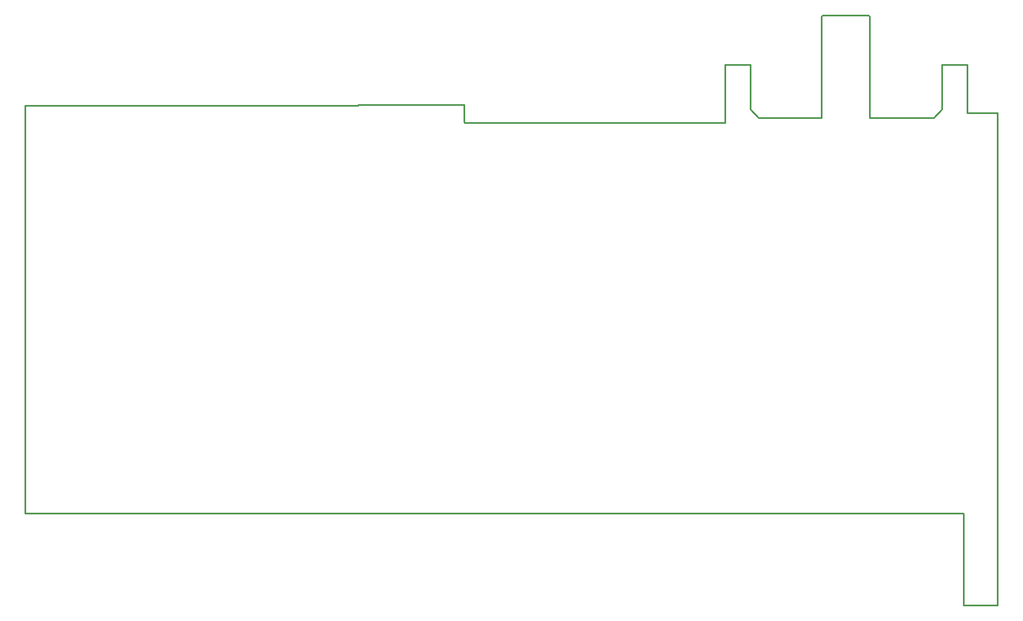
<source format=gbr>
G04 start of page 8 for group 6 idx 6 *
G04 Title: (unknown), outline *
G04 Creator: pcb 4.2.0 *
G04 CreationDate: Wed Jul 29 19:43:29 2020 UTC *
G04 For: commonadmin *
G04 Format: Gerber/RS-274X *
G04 PCB-Dimensions (mil): 24000.00 18000.00 *
G04 PCB-Coordinate-Origin: lower left *
%MOIN*%
%FSLAX25Y25*%
%LNOUTLINE*%
%ADD181C,0.0140*%
G54D181*X656496Y694685D02*X657480Y695669D01*
X694882D01*
X695866Y694685D01*
X656496Y612008D02*Y694685D01*
X577756Y608071D02*Y655315D01*
X598425D01*
Y618898D01*
X605315Y612008D01*
X775591Y615945D02*X800197D01*
X605315Y612008D02*X656496D01*
X695866D02*X748031D01*
X754921Y655315D02*X775591D01*
Y615945D01*
X695866Y694685D02*Y612008D01*
X748031D02*X754921Y618898D01*
Y655315D01*
X800197Y615945D02*Y214370D01*
X48425Y289173D02*X762827D01*
X762173D02*X772327D01*
X48500D02*X6425D01*
X777130Y214370D02*X775591D01*
X800197D02*X772630D01*
X772500Y214500D01*
Y289000D01*
X772327Y289173D02*X772500Y289000D01*
Y288000D01*
X6425Y289425D02*Y289173D01*
Y622047D01*
X364693Y608661D02*X365283Y608071D01*
X364693Y622441D02*Y608661D01*
X278472Y622441D02*X364693D01*
X278079Y622047D02*X278472Y622441D01*
X6425Y622047D02*X278079D01*
X577756Y608071D02*X365283D01*
M02*

</source>
